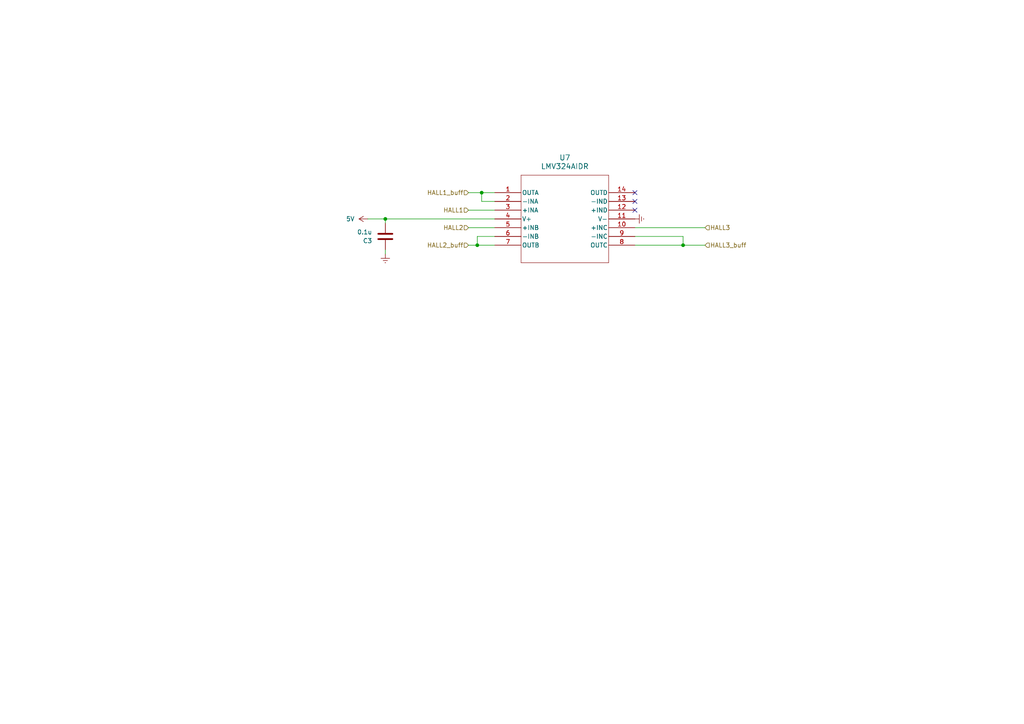
<source format=kicad_sch>
(kicad_sch (version 20250114) (generator "eeschema") (generator_version "9.0")
  (paper "A4")
  (lib_symbols
    (symbol "2025-03-29_21-50-59:LMV324AIDR" (pin_names (offset 0.254))
      (property "Reference" "U" (at 20.32 10.16 0))
      (property "Value" "LMV324AIDR" (at 20.32 7.62 0))
      (symbol "LMV324AIDR_0_1"
        (polyline (pts (xy 7.62 5.08) (xy 7.62 -20.32)) (stroke (width 0.127)))
        (polyline (pts (xy 7.62 -20.32) (xy 33.02 -20.32)) (stroke (width 0.127)))
        (polyline (pts (xy 33.02 5.08) (xy 7.62 5.08)) (stroke (width 0.127)))
        (polyline (pts (xy 33.02 -20.32) (xy 33.02 5.08)) (stroke (width 0.127)))
        (pin output line (at 0 0 0) (length 7.62) (name "OUTA") (number "1"))
        (pin input line (at 0 -2.54 0) (length 7.62) (name "-INA") (number "2"))
        (pin input line (at 0 -5.08 0) (length 7.62) (name "+INA") (number "3"))
        (pin power_in line (at 0 -7.62 0) (length 7.62) (name "V+") (number "4"))
        (pin input line (at 0 -10.16 0) (length 7.62) (name "+INB") (number "5"))
        (pin input line (at 0 -12.7 0) (length 7.62) (name "-INB") (number "6"))
        (pin output line (at 0 -15.24 0) (length 7.62) (name "OUTB") (number "7"))
        (pin output line (at 40.64 0 180) (length 7.62) (name "OUTD") (number "14"))
        (pin input line (at 40.64 -2.54 180) (length 7.62) (name "-IND") (number "13"))
        (pin input line (at 40.64 -5.08 180) (length 7.62) (name "+IND") (number "12"))
        (pin power_in line (at 40.64 -7.62 180) (length 7.62) (name "V-") (number "11"))
        (pin input line (at 40.64 -10.16 180) (length 7.62) (name "+INC") (number "10"))
        (pin input line (at 40.64 -12.7 180) (length 7.62) (name "-INC") (number "9"))
        (pin output line (at 40.64 -15.24 180) (length 7.62) (name "OUTC") (number "8"))
      )
    )
    (symbol "Device:C" (pin_numbers (hide yes)) (pin_names (offset 0.254))
      (property "Reference" "C" (at 0.635 2.54 0))
      (property "Value" "C" (at 0.635 -2.54 0))
      (symbol "C_0_1"
        (polyline (pts (xy -2.032 0.762) (xy 2.032 0.762)) (stroke (width 0.508)))
        (polyline (pts (xy -2.032 -0.762) (xy 2.032 -0.762)) (stroke (width 0.508)))
      )
      (symbol "C_1_1"
        (pin passive line (at 0 3.81 270) (length 2.794) (name "~") (number "1"))
        (pin passive line (at 0 -3.81 90) (length 2.794) (name "~") (number "2"))
      )
    )
    (symbol "power:+3V3" (power) (pin_names (offset 0))
      (property "Value" "+3V3" (at 0 3.556 0))
      (symbol "+3V3_0_1"
        (polyline (pts (xy -0.762 1.27) (xy 0 2.54)))
        (polyline (pts (xy 0 2.54) (xy 0.762 1.27)))
        (polyline (pts (xy 0 0) (xy 0 2.54)))
      )
      (symbol "+3V3_1_1"
        (pin power_in line (at 0 0 90) (length 0) (hide yes) (name "+3V3") (number "1"))
      )
    )
    (symbol "power:Earth" (power) (pin_names (offset 0))
      (symbol "Earth_0_1"
        (polyline (pts (xy -0.635 -1.905) (xy 0.635 -1.905)))
        (polyline (pts (xy -0.127 -2.54) (xy 0.127 -2.54)))
        (polyline (pts (xy 0 -1.27) (xy 0 0)))
        (polyline (pts (xy 1.27 -1.27) (xy -1.27 -1.27)))
      )
      (symbol "Earth_1_1"
        (pin power_in line (at 0 0 270) (length 0) (hide yes) (name "Earth") (number "1"))
      )
    )
  )
  (junction (at 198.12 71.12))
  (junction (at 111.76 63.5))
  (junction (at 139.7 55.88))
  (junction (at 138.43 71.12))
  (no_connect (at 184.15 55.88))
  (no_connect (at 184.15 58.42))
  (no_connect (at 184.15 60.96))
  (wire (pts (xy 198.12 68.58) (xy 198.12 71.12)))
  (wire (pts (xy 106.68 63.5) (xy 111.76 63.5)))
  (wire (pts (xy 135.89 66.04) (xy 143.51 66.04)))
  (wire (pts (xy 138.43 71.12) (xy 138.43 68.58)))
  (wire (pts (xy 111.76 63.5) (xy 111.76 64.77)))
  (wire (pts (xy 184.15 68.58) (xy 198.12 68.58)))
  (wire (pts (xy 139.7 55.88) (xy 139.7 58.42)))
  (wire (pts (xy 198.12 71.12) (xy 204.47 71.12)))
  (wire (pts (xy 135.89 71.12) (xy 138.43 71.12)))
  (wire (pts (xy 184.15 71.12) (xy 198.12 71.12)))
  (wire (pts (xy 139.7 55.88) (xy 143.51 55.88)))
  (wire (pts (xy 111.76 63.5) (xy 143.51 63.5)))
  (wire (pts (xy 138.43 71.12) (xy 143.51 71.12)))
  (wire (pts (xy 135.89 60.96) (xy 143.51 60.96)))
  (wire (pts (xy 111.76 72.39) (xy 111.76 73.66)))
  (wire (pts (xy 138.43 68.58) (xy 143.51 68.58)))
  (wire (pts (xy 135.89 55.88) (xy 139.7 55.88)))
  (wire (pts (xy 139.7 58.42) (xy 143.51 58.42)))
  (wire (pts (xy 204.47 66.04) (xy 184.15 66.04)))
  (hierarchical_label "HALL2_buff" (shape input) (at 135.89 71.12 180))
  (hierarchical_label "HALL1" (shape input) (at 135.89 60.96 180))
  (hierarchical_label "HALL1_buff" (shape input) (at 135.89 55.88 180))
  (hierarchical_label "HALL2" (shape input) (at 135.89 66.04 180))
  (hierarchical_label "HALL3_buff" (shape input) (at 204.47 71.12 0))
  (hierarchical_label "HALL3" (shape input) (at 204.47 66.04 0))
  (symbol (lib_id "power:Earth") (at 111.76 73.66 0) (unit 1)
    (property "Reference" "#PWR033" (effects (hide yes)))
    (property "Value" "Earth" (effects (hide yes)))
  )
  (symbol (lib_id "2025-03-29_21-50-59:LMV324AIDR") (at 143.51 55.88 0) (unit 1)
    (property "Reference" "U7" (at 163.83 45.72 0) (effects (font (size 1.524 1.524))))
    (property "Value" "LMV324AIDR" (at 163.83 48.26 0) (effects (font (size 1.524 1.524))))
    (property "Footprint" "LMV324AIDR:D14_TEX" (effects (hide yes)))
    (property "Datasheet" "LMV324AIDR" (effects (hide yes)))
  )
  (symbol (lib_id "power:+3V3") (at 106.68 63.5 90) (unit 1)
    (property "Reference" "#PWR044" (effects (hide yes)))
    (property "Value" "5V" (at 102.87 63.4999 90) (effects (justify left)))
  )
  (symbol (lib_id "power:Earth") (at 184.15 63.5 90) (unit 1)
    (property "Reference" "#PWR047" (effects (hide yes)))
    (property "Value" "Earth" (effects (hide yes)))
  )
  (symbol (lib_id "Device:C") (at 111.76 68.58 180) (unit 1)
    (property "Reference" "C3" (at 107.95 69.8501 0) (effects (justify left)))
    (property "Value" "0.1u" (at 107.95 67.3101 0) (effects (justify left)))
    (property "Footprint" "Capacitor_SMD:C_0603_1608Metric_Pad1.08x0.95mm_HandSolder" (effects (hide yes)))
    (property "Description" "Unpolarized capacitor" (effects (hide yes)))
  )
)
</source>
